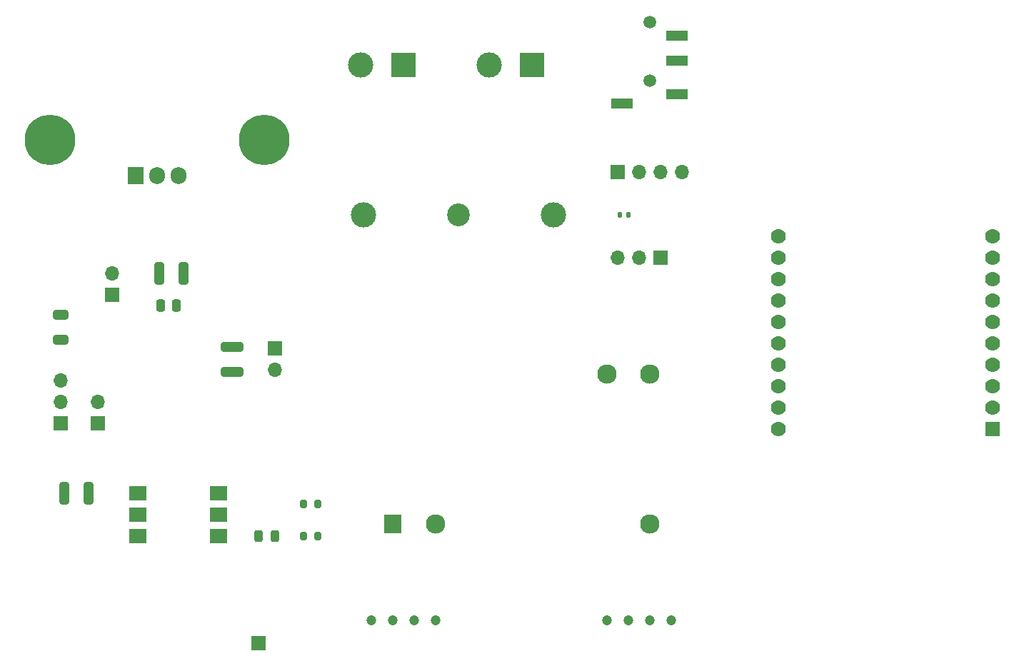
<source format=gbr>
%TF.GenerationSoftware,KiCad,Pcbnew,(7.0.0-0)*%
%TF.CreationDate,2023-11-16T12:34:27+01:00*%
%TF.ProjectId,bed-smart-plug,6265642d-736d-4617-9274-2d706c75672e,rev?*%
%TF.SameCoordinates,Original*%
%TF.FileFunction,Soldermask,Top*%
%TF.FilePolarity,Negative*%
%FSLAX46Y46*%
G04 Gerber Fmt 4.6, Leading zero omitted, Abs format (unit mm)*
G04 Created by KiCad (PCBNEW (7.0.0-0)) date 2023-11-16 12:34:27*
%MOMM*%
%LPD*%
G01*
G04 APERTURE LIST*
G04 Aperture macros list*
%AMRoundRect*
0 Rectangle with rounded corners*
0 $1 Rounding radius*
0 $2 $3 $4 $5 $6 $7 $8 $9 X,Y pos of 4 corners*
0 Add a 4 corners polygon primitive as box body*
4,1,4,$2,$3,$4,$5,$6,$7,$8,$9,$2,$3,0*
0 Add four circle primitives for the rounded corners*
1,1,$1+$1,$2,$3*
1,1,$1+$1,$4,$5*
1,1,$1+$1,$6,$7*
1,1,$1+$1,$8,$9*
0 Add four rect primitives between the rounded corners*
20,1,$1+$1,$2,$3,$4,$5,0*
20,1,$1+$1,$4,$5,$6,$7,0*
20,1,$1+$1,$6,$7,$8,$9,0*
20,1,$1+$1,$8,$9,$2,$3,0*%
G04 Aperture macros list end*
%ADD10RoundRect,0.250000X-0.312500X-1.075000X0.312500X-1.075000X0.312500X1.075000X-0.312500X1.075000X0*%
%ADD11R,3.000000X3.000000*%
%ADD12C,3.000000*%
%ADD13R,1.700000X1.700000*%
%ADD14O,1.700000X1.700000*%
%ADD15C,1.200000*%
%ADD16RoundRect,0.250000X1.075000X-0.312500X1.075000X0.312500X-1.075000X0.312500X-1.075000X-0.312500X0*%
%ADD17RoundRect,0.200000X0.200000X0.275000X-0.200000X0.275000X-0.200000X-0.275000X0.200000X-0.275000X0*%
%ADD18C,6.000000*%
%ADD19RoundRect,0.250000X0.650000X-0.325000X0.650000X0.325000X-0.650000X0.325000X-0.650000X-0.325000X0*%
%ADD20R,2.000000X2.300000*%
%ADD21C,2.300000*%
%ADD22RoundRect,0.243750X-0.243750X-0.456250X0.243750X-0.456250X0.243750X0.456250X-0.243750X0.456250X0*%
%ADD23RoundRect,0.200000X-0.200000X-0.275000X0.200000X-0.275000X0.200000X0.275000X-0.200000X0.275000X0*%
%ADD24RoundRect,0.250000X0.250000X0.475000X-0.250000X0.475000X-0.250000X-0.475000X0.250000X-0.475000X0*%
%ADD25R,1.778000X1.778000*%
%ADD26C,1.778000*%
%ADD27RoundRect,0.135000X0.135000X0.185000X-0.135000X0.185000X-0.135000X-0.185000X0.135000X-0.185000X0*%
%ADD28C,1.500000*%
%ADD29R,2.500000X1.200000*%
%ADD30R,1.905000X2.000000*%
%ADD31O,1.905000X2.000000*%
%ADD32C,2.700000*%
%ADD33R,2.000000X1.780000*%
G04 APERTURE END LIST*
D10*
%TO.C,R5*%
X39812500Y-99045000D03*
X42737500Y-99045000D03*
%TD*%
D11*
%TO.C,J9*%
X80009999Y-48259999D03*
D12*
X74930000Y-48260000D03*
%TD*%
D13*
%TO.C,J8*%
X45527499Y-75564999D03*
D14*
X45527499Y-73024999D03*
%TD*%
D13*
%TO.C,J2*%
X105409999Y-60959999D03*
D14*
X107949999Y-60959999D03*
X110489999Y-60959999D03*
X113029999Y-60959999D03*
%TD*%
D15*
%TO.C,U2*%
X76200000Y-114140000D03*
X78740000Y-114140000D03*
X81280000Y-114140000D03*
X83820000Y-114140000D03*
X104140000Y-114140000D03*
X106680000Y-114140000D03*
X109220000Y-114140000D03*
X111760000Y-114140000D03*
%TD*%
D13*
%TO.C,J6*%
X43814999Y-90794999D03*
D14*
X43814999Y-88254999D03*
%TD*%
D16*
%TO.C,R4*%
X59690000Y-84647500D03*
X59690000Y-81722500D03*
%TD*%
D13*
%TO.C,AE1*%
X62864999Y-116839999D03*
%TD*%
D17*
%TO.C,R2*%
X69850000Y-104140000D03*
X68200000Y-104140000D03*
%TD*%
D18*
%TO.C,HS1*%
X38100000Y-57150000D03*
X63500000Y-57150000D03*
%TD*%
D19*
%TO.C,C1*%
X39370000Y-80850000D03*
X39370000Y-77900000D03*
%TD*%
D13*
%TO.C,J1*%
X110489999Y-71119999D03*
D14*
X107949999Y-71119999D03*
X105409999Y-71119999D03*
%TD*%
D10*
%TO.C,R6*%
X51050000Y-73025000D03*
X53975000Y-73025000D03*
%TD*%
D20*
%TO.C,PS1*%
X78739999Y-102727499D03*
D21*
X83820000Y-102727500D03*
X109220000Y-102727500D03*
X109220000Y-84947500D03*
X104140000Y-84947500D03*
%TD*%
D22*
%TO.C,D1*%
X62895000Y-104140000D03*
X64770000Y-104140000D03*
%TD*%
D23*
%TO.C,R3*%
X68200000Y-100330000D03*
X69850000Y-100330000D03*
%TD*%
D24*
%TO.C,C2*%
X53142500Y-76835000D03*
X51242500Y-76835000D03*
%TD*%
D25*
%TO.C,U1*%
X149859999Y-91439999D03*
D26*
X149860000Y-88900000D03*
X149860000Y-86360000D03*
X149860000Y-83820000D03*
X149860000Y-81280000D03*
X149860000Y-78740000D03*
X149860000Y-76200000D03*
X149860000Y-73660000D03*
X149860000Y-71120000D03*
X149860000Y-68580000D03*
X124460000Y-68580000D03*
X124460000Y-71120000D03*
X124460000Y-73660000D03*
X124460000Y-76200000D03*
X124460000Y-78740000D03*
X124460000Y-81280000D03*
X124460000Y-83820000D03*
X124460000Y-86360000D03*
X124460000Y-88900000D03*
X124460000Y-91440000D03*
%TD*%
D27*
%TO.C,R1*%
X106680000Y-66040000D03*
X105660000Y-66040000D03*
%TD*%
D28*
%TO.C,J3*%
X109220000Y-43180000D03*
X109220000Y-50180000D03*
D29*
X112469999Y-47779999D03*
X112469999Y-44779999D03*
X105969999Y-52879999D03*
X112469999Y-51779999D03*
%TD*%
D30*
%TO.C,Q1*%
X48259999Y-61434999D03*
D31*
X50799999Y-61434999D03*
X53339999Y-61434999D03*
%TD*%
D13*
%TO.C,J5*%
X39369999Y-90804999D03*
D14*
X39369999Y-88264999D03*
X39369999Y-85724999D03*
%TD*%
D32*
%TO.C,F1*%
X86540000Y-66040000D03*
D12*
X97790000Y-66040000D03*
X75290000Y-66040000D03*
%TD*%
D33*
%TO.C,U3*%
X48574999Y-99059999D03*
X48574999Y-101599999D03*
X48574999Y-104139999D03*
X58104999Y-104139999D03*
X58104999Y-101599999D03*
X58104999Y-99059999D03*
%TD*%
D13*
%TO.C,J4*%
X64769999Y-81914999D03*
D14*
X64769999Y-84454999D03*
%TD*%
D11*
%TO.C,J7*%
X95249999Y-48259999D03*
D12*
X90170000Y-48260000D03*
%TD*%
M02*

</source>
